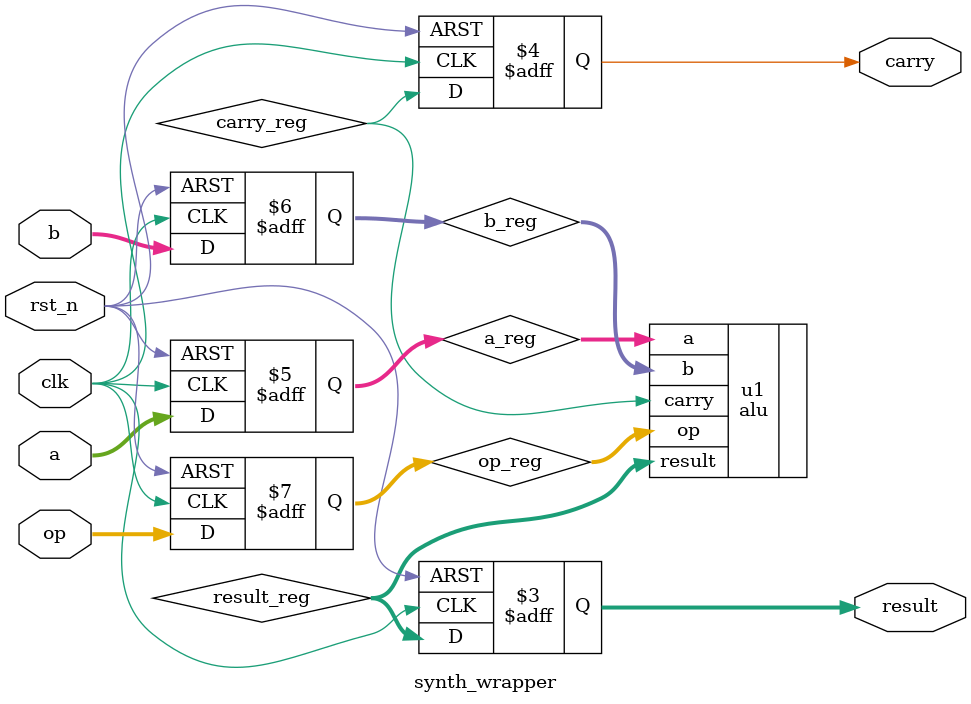
<source format=sv>
module synth_wrapper
(
 input logic [3:0] a, b,
 input logic [2:0] op,
 input logic rst_n,clk,
 

 output logic [3:0] result,
 output logic carry
);
  logic [3:0] a_reg;
  logic [3:0] b_reg;
  logic [2:0] op_reg;
  logic [3:0] result_reg;
  logic  carry_reg;

 always@(posedge clk, negedge rst_n) begin
    if(!rst_n) begin
       a_reg <= 4'h0;
       b_reg <= 4'h0;
       op_reg <= 3'h0;
       result <= 4'h0;
       carry <= 1'b0;
    end
    else begin
       a_reg <= a;
       b_reg <= b;
       op_reg <= op;
       result <= result_reg;
       carry <= carry_reg;
    end
 end

 alu u1(
    .a(a_reg),
    .b(b_reg), 
    .op(op_reg),
    .result(result_reg),
    .carry(carry_reg)
);

endmodule

</source>
